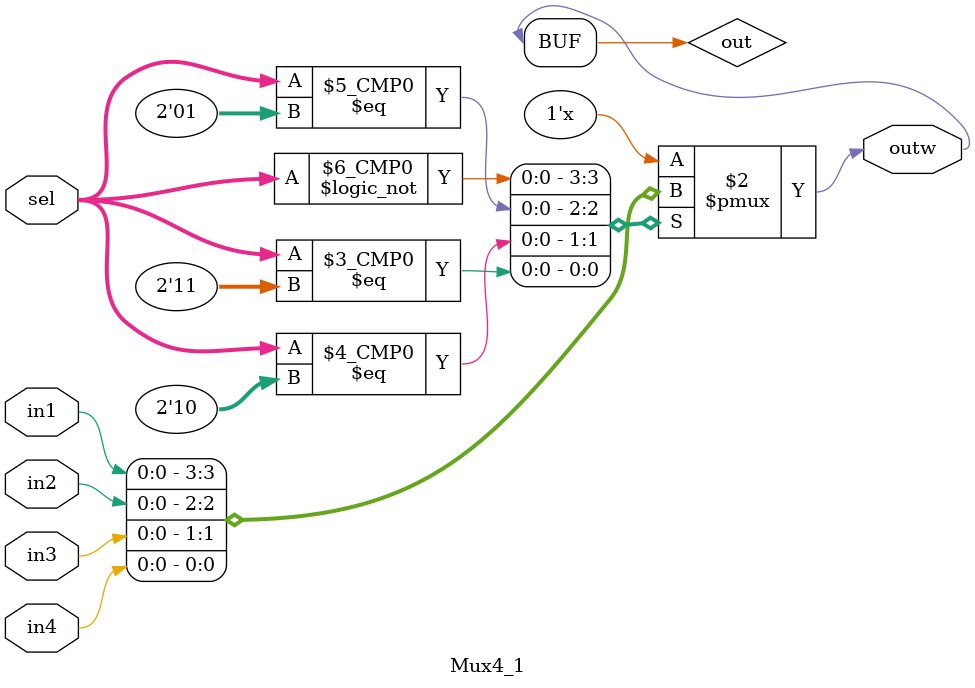
<source format=v>

`timescale 1ns/1ns

module Mux4_1 (
    sel,
    in1,
    in2,
    in3,
    in4,
    outw
);

    parameter N=1;
    input [1:0] sel;
    input [N-1:0] in1, in2, in3, in4;
    reg [N-1:0] out;
    output wire [N-1:0]outw;
    assign outw = out;
    
    always @(*) begin
        case(sel)
            2'b00: out = in1;
            2'b01: out = in2;
            2'b10: out = in3;
            2'b11: out = in4;
        endcase
    end
    
endmodule


</source>
